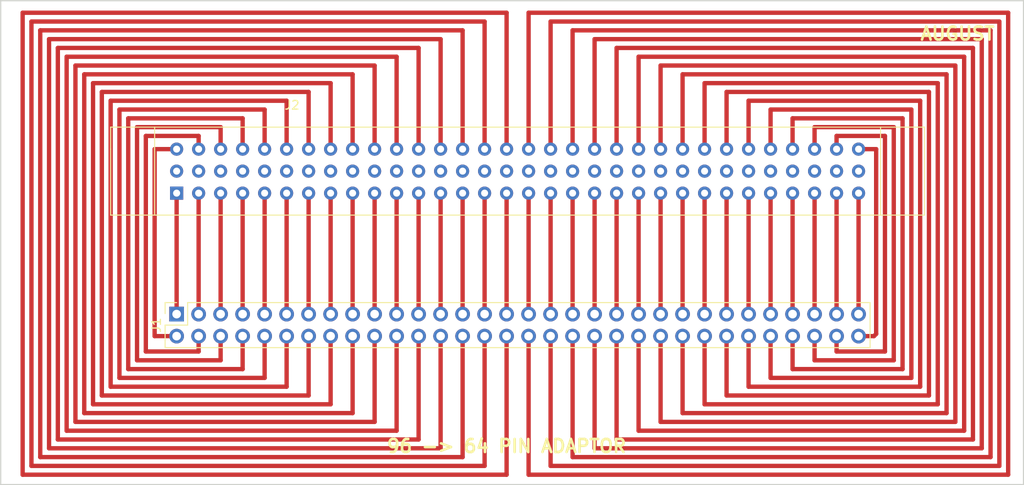
<source format=kicad_pcb>
(kicad_pcb (version 4) (host pcbnew 4.0.6)

  (general
    (links 64)
    (no_connects 0)
    (area 90.094999 63.424999 208.355001 119.455001)
    (thickness 1.6)
    (drawings 6)
    (tracks 190)
    (zones 0)
    (modules 2)
    (nets 97)
  )

  (page A4)
  (layers
    (0 F.Cu signal)
    (31 B.Cu signal)
    (32 B.Adhes user)
    (33 F.Adhes user)
    (34 B.Paste user)
    (35 F.Paste user)
    (36 B.SilkS user)
    (37 F.SilkS user)
    (38 B.Mask user)
    (39 F.Mask user)
    (40 Dwgs.User user)
    (41 Cmts.User user)
    (42 Eco1.User user)
    (43 Eco2.User user)
    (44 Edge.Cuts user)
    (45 Margin user)
    (46 B.CrtYd user)
    (47 F.CrtYd user)
    (48 B.Fab user)
    (49 F.Fab user)
  )

  (setup
    (last_trace_width 0.5)
    (trace_clearance 0.2)
    (zone_clearance 0.508)
    (zone_45_only no)
    (trace_min 0.2)
    (segment_width 0.2)
    (edge_width 0.15)
    (via_size 0.6)
    (via_drill 0.4)
    (via_min_size 0.4)
    (via_min_drill 0.3)
    (uvia_size 0.3)
    (uvia_drill 0.1)
    (uvias_allowed no)
    (uvia_min_size 0.2)
    (uvia_min_drill 0.1)
    (pcb_text_width 0.3)
    (pcb_text_size 1.5 1.5)
    (mod_edge_width 0.15)
    (mod_text_size 1 1)
    (mod_text_width 0.15)
    (pad_size 1.524 1.524)
    (pad_drill 0.762)
    (pad_to_mask_clearance 0.2)
    (aux_axis_origin 0 0)
    (visible_elements FFFFFF7F)
    (pcbplotparams
      (layerselection 0x00030_80000001)
      (usegerberextensions false)
      (excludeedgelayer true)
      (linewidth 0.100000)
      (plotframeref false)
      (viasonmask false)
      (mode 1)
      (useauxorigin false)
      (hpglpennumber 1)
      (hpglpenspeed 20)
      (hpglpendiameter 15)
      (hpglpenoverlay 2)
      (psnegative false)
      (psa4output false)
      (plotreference true)
      (plotvalue true)
      (plotinvisibletext false)
      (padsonsilk false)
      (subtractmaskfromsilk false)
      (outputformat 1)
      (mirror false)
      (drillshape 1)
      (scaleselection 1)
      (outputdirectory ""))
  )

  (net 0 "")
  (net 1 "Net-(J2-PadB12)")
  (net 2 "Net-(J2-PadB13)")
  (net 3 "Net-(J2-PadB14)")
  (net 4 "Net-(J2-PadB15)")
  (net 5 "Net-(J2-PadB16)")
  (net 6 "Net-(J2-PadB17)")
  (net 7 "Net-(J2-PadB18)")
  (net 8 "Net-(J2-PadB19)")
  (net 9 "Net-(J2-PadB20)")
  (net 10 "Net-(J2-PadB21)")
  (net 11 /L1)
  (net 12 /R1)
  (net 13 /L2)
  (net 14 /R2)
  (net 15 /L3)
  (net 16 /R3)
  (net 17 /L4)
  (net 18 /R4)
  (net 19 /L5)
  (net 20 /R5)
  (net 21 /L6)
  (net 22 /R6)
  (net 23 /L7)
  (net 24 /R7)
  (net 25 /L8)
  (net 26 /R8)
  (net 27 /L9)
  (net 28 /R9)
  (net 29 /L10)
  (net 30 /R10)
  (net 31 /L11)
  (net 32 /R11)
  (net 33 /L12)
  (net 34 /R12)
  (net 35 /L13)
  (net 36 /R13)
  (net 37 /L14)
  (net 38 /R14)
  (net 39 /L15)
  (net 40 /R15)
  (net 41 /L16)
  (net 42 /R16)
  (net 43 /L17)
  (net 44 /R17)
  (net 45 /L18)
  (net 46 /R18)
  (net 47 /L19)
  (net 48 /R19)
  (net 49 /L20)
  (net 50 /R20)
  (net 51 /L21)
  (net 52 /R21)
  (net 53 /L22)
  (net 54 /R22)
  (net 55 /L23)
  (net 56 /R23)
  (net 57 /L24)
  (net 58 /R24)
  (net 59 /L25)
  (net 60 /R25)
  (net 61 /L26)
  (net 62 /R26)
  (net 63 /L27)
  (net 64 /R27)
  (net 65 /L28)
  (net 66 /R28)
  (net 67 /L29)
  (net 68 /R29)
  (net 69 /L30)
  (net 70 /R30)
  (net 71 /L31)
  (net 72 /R31)
  (net 73 /L32)
  (net 74 /R32)
  (net 75 "Net-(J2-PadB1)")
  (net 76 "Net-(J2-PadB2)")
  (net 77 "Net-(J2-PadB3)")
  (net 78 "Net-(J2-PadB4)")
  (net 79 "Net-(J2-PadB5)")
  (net 80 "Net-(J2-PadB6)")
  (net 81 "Net-(J2-PadB7)")
  (net 82 "Net-(J2-PadB8)")
  (net 83 "Net-(J2-PadB9)")
  (net 84 "Net-(J2-PadB10)")
  (net 85 "Net-(J2-PadB11)")
  (net 86 "Net-(J2-PadB22)")
  (net 87 "Net-(J2-PadB23)")
  (net 88 "Net-(J2-PadB24)")
  (net 89 "Net-(J2-PadB25)")
  (net 90 "Net-(J2-PadB26)")
  (net 91 "Net-(J2-PadB27)")
  (net 92 "Net-(J2-PadB28)")
  (net 93 "Net-(J2-PadB29)")
  (net 94 "Net-(J2-PadB30)")
  (net 95 "Net-(J2-PadB31)")
  (net 96 "Net-(J2-PadB32)")

  (net_class Default "This is the default net class."
    (clearance 0.2)
    (trace_width 0.5)
    (via_dia 0.6)
    (via_drill 0.4)
    (uvia_dia 0.3)
    (uvia_drill 0.1)
    (add_net /L1)
    (add_net /L10)
    (add_net /L11)
    (add_net /L12)
    (add_net /L13)
    (add_net /L14)
    (add_net /L15)
    (add_net /L16)
    (add_net /L17)
    (add_net /L18)
    (add_net /L19)
    (add_net /L2)
    (add_net /L20)
    (add_net /L21)
    (add_net /L22)
    (add_net /L23)
    (add_net /L24)
    (add_net /L25)
    (add_net /L26)
    (add_net /L27)
    (add_net /L28)
    (add_net /L29)
    (add_net /L3)
    (add_net /L30)
    (add_net /L31)
    (add_net /L32)
    (add_net /L4)
    (add_net /L5)
    (add_net /L6)
    (add_net /L7)
    (add_net /L8)
    (add_net /L9)
    (add_net /R1)
    (add_net /R10)
    (add_net /R11)
    (add_net /R12)
    (add_net /R13)
    (add_net /R14)
    (add_net /R15)
    (add_net /R16)
    (add_net /R17)
    (add_net /R18)
    (add_net /R19)
    (add_net /R2)
    (add_net /R20)
    (add_net /R21)
    (add_net /R22)
    (add_net /R23)
    (add_net /R24)
    (add_net /R25)
    (add_net /R26)
    (add_net /R27)
    (add_net /R28)
    (add_net /R29)
    (add_net /R3)
    (add_net /R30)
    (add_net /R31)
    (add_net /R32)
    (add_net /R4)
    (add_net /R5)
    (add_net /R6)
    (add_net /R7)
    (add_net /R8)
    (add_net /R9)
    (add_net "Net-(J2-PadB1)")
    (add_net "Net-(J2-PadB10)")
    (add_net "Net-(J2-PadB11)")
    (add_net "Net-(J2-PadB12)")
    (add_net "Net-(J2-PadB13)")
    (add_net "Net-(J2-PadB14)")
    (add_net "Net-(J2-PadB15)")
    (add_net "Net-(J2-PadB16)")
    (add_net "Net-(J2-PadB17)")
    (add_net "Net-(J2-PadB18)")
    (add_net "Net-(J2-PadB19)")
    (add_net "Net-(J2-PadB2)")
    (add_net "Net-(J2-PadB20)")
    (add_net "Net-(J2-PadB21)")
    (add_net "Net-(J2-PadB22)")
    (add_net "Net-(J2-PadB23)")
    (add_net "Net-(J2-PadB24)")
    (add_net "Net-(J2-PadB25)")
    (add_net "Net-(J2-PadB26)")
    (add_net "Net-(J2-PadB27)")
    (add_net "Net-(J2-PadB28)")
    (add_net "Net-(J2-PadB29)")
    (add_net "Net-(J2-PadB3)")
    (add_net "Net-(J2-PadB30)")
    (add_net "Net-(J2-PadB31)")
    (add_net "Net-(J2-PadB32)")
    (add_net "Net-(J2-PadB4)")
    (add_net "Net-(J2-PadB5)")
    (add_net "Net-(J2-PadB6)")
    (add_net "Net-(J2-PadB7)")
    (add_net "Net-(J2-PadB8)")
    (add_net "Net-(J2-PadB9)")
  )

  (module Socket_Strips:Socket_Strip_Straight_2x32_Pitch2.54mm (layer F.Cu) (tedit 58CD544B) (tstamp 598365B0)
    (at 110.49 99.695 90)
    (descr "Through hole straight socket strip, 2x32, 2.54mm pitch, double rows")
    (tags "Through hole socket strip THT 2x32 2.54mm double row")
    (path /59836280)
    (fp_text reference J1 (at -1.27 -2.33 90) (layer F.SilkS)
      (effects (font (size 1 1) (thickness 0.15)))
    )
    (fp_text value CONN_02X32 (at -1.27 81.07 90) (layer F.Fab)
      (effects (font (size 1 1) (thickness 0.15)))
    )
    (fp_line (start -3.81 -1.27) (end -3.81 80.01) (layer F.Fab) (width 0.1))
    (fp_line (start -3.81 80.01) (end 1.27 80.01) (layer F.Fab) (width 0.1))
    (fp_line (start 1.27 80.01) (end 1.27 -1.27) (layer F.Fab) (width 0.1))
    (fp_line (start 1.27 -1.27) (end -3.81 -1.27) (layer F.Fab) (width 0.1))
    (fp_line (start 1.33 1.27) (end 1.33 80.07) (layer F.SilkS) (width 0.12))
    (fp_line (start 1.33 80.07) (end -3.87 80.07) (layer F.SilkS) (width 0.12))
    (fp_line (start -3.87 80.07) (end -3.87 -1.33) (layer F.SilkS) (width 0.12))
    (fp_line (start -3.87 -1.33) (end -1.27 -1.33) (layer F.SilkS) (width 0.12))
    (fp_line (start -1.27 -1.33) (end -1.27 1.27) (layer F.SilkS) (width 0.12))
    (fp_line (start -1.27 1.27) (end 1.33 1.27) (layer F.SilkS) (width 0.12))
    (fp_line (start 1.33 0) (end 1.33 -1.33) (layer F.SilkS) (width 0.12))
    (fp_line (start 1.33 -1.33) (end 0.06 -1.33) (layer F.SilkS) (width 0.12))
    (fp_line (start -4.35 -1.8) (end -4.35 80.55) (layer F.CrtYd) (width 0.05))
    (fp_line (start -4.35 80.55) (end 1.8 80.55) (layer F.CrtYd) (width 0.05))
    (fp_line (start 1.8 80.55) (end 1.8 -1.8) (layer F.CrtYd) (width 0.05))
    (fp_line (start 1.8 -1.8) (end -4.35 -1.8) (layer F.CrtYd) (width 0.05))
    (fp_text user %R (at -1.27 -2.33 90) (layer F.Fab)
      (effects (font (size 1 1) (thickness 0.15)))
    )
    (pad 1 thru_hole rect (at 0 0 90) (size 1.7 1.7) (drill 1) (layers *.Cu *.Mask)
      (net 11 /L1))
    (pad 2 thru_hole oval (at -2.54 0 90) (size 1.7 1.7) (drill 1) (layers *.Cu *.Mask)
      (net 12 /R1))
    (pad 3 thru_hole oval (at 0 2.54 90) (size 1.7 1.7) (drill 1) (layers *.Cu *.Mask)
      (net 13 /L2))
    (pad 4 thru_hole oval (at -2.54 2.54 90) (size 1.7 1.7) (drill 1) (layers *.Cu *.Mask)
      (net 14 /R2))
    (pad 5 thru_hole oval (at 0 5.08 90) (size 1.7 1.7) (drill 1) (layers *.Cu *.Mask)
      (net 15 /L3))
    (pad 6 thru_hole oval (at -2.54 5.08 90) (size 1.7 1.7) (drill 1) (layers *.Cu *.Mask)
      (net 16 /R3))
    (pad 7 thru_hole oval (at 0 7.62 90) (size 1.7 1.7) (drill 1) (layers *.Cu *.Mask)
      (net 17 /L4))
    (pad 8 thru_hole oval (at -2.54 7.62 90) (size 1.7 1.7) (drill 1) (layers *.Cu *.Mask)
      (net 18 /R4))
    (pad 9 thru_hole oval (at 0 10.16 90) (size 1.7 1.7) (drill 1) (layers *.Cu *.Mask)
      (net 19 /L5))
    (pad 10 thru_hole oval (at -2.54 10.16 90) (size 1.7 1.7) (drill 1) (layers *.Cu *.Mask)
      (net 20 /R5))
    (pad 11 thru_hole oval (at 0 12.7 90) (size 1.7 1.7) (drill 1) (layers *.Cu *.Mask)
      (net 21 /L6))
    (pad 12 thru_hole oval (at -2.54 12.7 90) (size 1.7 1.7) (drill 1) (layers *.Cu *.Mask)
      (net 22 /R6))
    (pad 13 thru_hole oval (at 0 15.24 90) (size 1.7 1.7) (drill 1) (layers *.Cu *.Mask)
      (net 23 /L7))
    (pad 14 thru_hole oval (at -2.54 15.24 90) (size 1.7 1.7) (drill 1) (layers *.Cu *.Mask)
      (net 24 /R7))
    (pad 15 thru_hole oval (at 0 17.78 90) (size 1.7 1.7) (drill 1) (layers *.Cu *.Mask)
      (net 25 /L8))
    (pad 16 thru_hole oval (at -2.54 17.78 90) (size 1.7 1.7) (drill 1) (layers *.Cu *.Mask)
      (net 26 /R8))
    (pad 17 thru_hole oval (at 0 20.32 90) (size 1.7 1.7) (drill 1) (layers *.Cu *.Mask)
      (net 27 /L9))
    (pad 18 thru_hole oval (at -2.54 20.32 90) (size 1.7 1.7) (drill 1) (layers *.Cu *.Mask)
      (net 28 /R9))
    (pad 19 thru_hole oval (at 0 22.86 90) (size 1.7 1.7) (drill 1) (layers *.Cu *.Mask)
      (net 29 /L10))
    (pad 20 thru_hole oval (at -2.54 22.86 90) (size 1.7 1.7) (drill 1) (layers *.Cu *.Mask)
      (net 30 /R10))
    (pad 21 thru_hole oval (at 0 25.4 90) (size 1.7 1.7) (drill 1) (layers *.Cu *.Mask)
      (net 31 /L11))
    (pad 22 thru_hole oval (at -2.54 25.4 90) (size 1.7 1.7) (drill 1) (layers *.Cu *.Mask)
      (net 32 /R11))
    (pad 23 thru_hole oval (at 0 27.94 90) (size 1.7 1.7) (drill 1) (layers *.Cu *.Mask)
      (net 33 /L12))
    (pad 24 thru_hole oval (at -2.54 27.94 90) (size 1.7 1.7) (drill 1) (layers *.Cu *.Mask)
      (net 34 /R12))
    (pad 25 thru_hole oval (at 0 30.48 90) (size 1.7 1.7) (drill 1) (layers *.Cu *.Mask)
      (net 35 /L13))
    (pad 26 thru_hole oval (at -2.54 30.48 90) (size 1.7 1.7) (drill 1) (layers *.Cu *.Mask)
      (net 36 /R13))
    (pad 27 thru_hole oval (at 0 33.02 90) (size 1.7 1.7) (drill 1) (layers *.Cu *.Mask)
      (net 37 /L14))
    (pad 28 thru_hole oval (at -2.54 33.02 90) (size 1.7 1.7) (drill 1) (layers *.Cu *.Mask)
      (net 38 /R14))
    (pad 29 thru_hole oval (at 0 35.56 90) (size 1.7 1.7) (drill 1) (layers *.Cu *.Mask)
      (net 39 /L15))
    (pad 30 thru_hole oval (at -2.54 35.56 90) (size 1.7 1.7) (drill 1) (layers *.Cu *.Mask)
      (net 40 /R15))
    (pad 31 thru_hole oval (at 0 38.1 90) (size 1.7 1.7) (drill 1) (layers *.Cu *.Mask)
      (net 41 /L16))
    (pad 32 thru_hole oval (at -2.54 38.1 90) (size 1.7 1.7) (drill 1) (layers *.Cu *.Mask)
      (net 42 /R16))
    (pad 33 thru_hole oval (at 0 40.64 90) (size 1.7 1.7) (drill 1) (layers *.Cu *.Mask)
      (net 43 /L17))
    (pad 34 thru_hole oval (at -2.54 40.64 90) (size 1.7 1.7) (drill 1) (layers *.Cu *.Mask)
      (net 44 /R17))
    (pad 35 thru_hole oval (at 0 43.18 90) (size 1.7 1.7) (drill 1) (layers *.Cu *.Mask)
      (net 45 /L18))
    (pad 36 thru_hole oval (at -2.54 43.18 90) (size 1.7 1.7) (drill 1) (layers *.Cu *.Mask)
      (net 46 /R18))
    (pad 37 thru_hole oval (at 0 45.72 90) (size 1.7 1.7) (drill 1) (layers *.Cu *.Mask)
      (net 47 /L19))
    (pad 38 thru_hole oval (at -2.54 45.72 90) (size 1.7 1.7) (drill 1) (layers *.Cu *.Mask)
      (net 48 /R19))
    (pad 39 thru_hole oval (at 0 48.26 90) (size 1.7 1.7) (drill 1) (layers *.Cu *.Mask)
      (net 49 /L20))
    (pad 40 thru_hole oval (at -2.54 48.26 90) (size 1.7 1.7) (drill 1) (layers *.Cu *.Mask)
      (net 50 /R20))
    (pad 41 thru_hole oval (at 0 50.8 90) (size 1.7 1.7) (drill 1) (layers *.Cu *.Mask)
      (net 51 /L21))
    (pad 42 thru_hole oval (at -2.54 50.8 90) (size 1.7 1.7) (drill 1) (layers *.Cu *.Mask)
      (net 52 /R21))
    (pad 43 thru_hole oval (at 0 53.34 90) (size 1.7 1.7) (drill 1) (layers *.Cu *.Mask)
      (net 53 /L22))
    (pad 44 thru_hole oval (at -2.54 53.34 90) (size 1.7 1.7) (drill 1) (layers *.Cu *.Mask)
      (net 54 /R22))
    (pad 45 thru_hole oval (at 0 55.88 90) (size 1.7 1.7) (drill 1) (layers *.Cu *.Mask)
      (net 55 /L23))
    (pad 46 thru_hole oval (at -2.54 55.88 90) (size 1.7 1.7) (drill 1) (layers *.Cu *.Mask)
      (net 56 /R23))
    (pad 47 thru_hole oval (at 0 58.42 90) (size 1.7 1.7) (drill 1) (layers *.Cu *.Mask)
      (net 57 /L24))
    (pad 48 thru_hole oval (at -2.54 58.42 90) (size 1.7 1.7) (drill 1) (layers *.Cu *.Mask)
      (net 58 /R24))
    (pad 49 thru_hole oval (at 0 60.96 90) (size 1.7 1.7) (drill 1) (layers *.Cu *.Mask)
      (net 59 /L25))
    (pad 50 thru_hole oval (at -2.54 60.96 90) (size 1.7 1.7) (drill 1) (layers *.Cu *.Mask)
      (net 60 /R25))
    (pad 51 thru_hole oval (at 0 63.5 90) (size 1.7 1.7) (drill 1) (layers *.Cu *.Mask)
      (net 61 /L26))
    (pad 52 thru_hole oval (at -2.54 63.5 90) (size 1.7 1.7) (drill 1) (layers *.Cu *.Mask)
      (net 62 /R26))
    (pad 53 thru_hole oval (at 0 66.04 90) (size 1.7 1.7) (drill 1) (layers *.Cu *.Mask)
      (net 63 /L27))
    (pad 54 thru_hole oval (at -2.54 66.04 90) (size 1.7 1.7) (drill 1) (layers *.Cu *.Mask)
      (net 64 /R27))
    (pad 55 thru_hole oval (at 0 68.58 90) (size 1.7 1.7) (drill 1) (layers *.Cu *.Mask)
      (net 65 /L28))
    (pad 56 thru_hole oval (at -2.54 68.58 90) (size 1.7 1.7) (drill 1) (layers *.Cu *.Mask)
      (net 66 /R28))
    (pad 57 thru_hole oval (at 0 71.12 90) (size 1.7 1.7) (drill 1) (layers *.Cu *.Mask)
      (net 67 /L29))
    (pad 58 thru_hole oval (at -2.54 71.12 90) (size 1.7 1.7) (drill 1) (layers *.Cu *.Mask)
      (net 68 /R29))
    (pad 59 thru_hole oval (at 0 73.66 90) (size 1.7 1.7) (drill 1) (layers *.Cu *.Mask)
      (net 69 /L30))
    (pad 60 thru_hole oval (at -2.54 73.66 90) (size 1.7 1.7) (drill 1) (layers *.Cu *.Mask)
      (net 70 /R30))
    (pad 61 thru_hole oval (at 0 76.2 90) (size 1.7 1.7) (drill 1) (layers *.Cu *.Mask)
      (net 71 /L31))
    (pad 62 thru_hole oval (at -2.54 76.2 90) (size 1.7 1.7) (drill 1) (layers *.Cu *.Mask)
      (net 72 /R31))
    (pad 63 thru_hole oval (at 0 78.74 90) (size 1.7 1.7) (drill 1) (layers *.Cu *.Mask)
      (net 73 /L32))
    (pad 64 thru_hole oval (at -2.54 78.74 90) (size 1.7 1.7) (drill 1) (layers *.Cu *.Mask)
      (net 74 /R32))
    (model ${KISYS3DMOD}/Socket_Strips.3dshapes/Socket_Strip_Straight_2x32_Pitch2.54mm.wrl
      (at (xyz -0.05 -1.55 0))
      (scale (xyz 1 1 1))
      (rotate (xyz 0 0 270))
    )
  )

  (module Connectors:C96ABCFD (layer F.Cu) (tedit 5983A711) (tstamp 59836624)
    (at 110.49 85.725)
    (descr "Connecteur DIN Europe 96 contacts ABC male droit")
    (tags "CONN DIN")
    (path /59836160)
    (fp_text reference J2 (at 13.33 -10.16) (layer F.SilkS)
      (effects (font (size 1 1) (thickness 0.15)))
    )
    (fp_text value C96ABC (at 60.32 -10.16) (layer F.Fab)
      (effects (font (size 1 1) (thickness 0.15)))
    )
    (fp_line (start -7.62 2.54) (end 86.36 2.54) (layer F.SilkS) (width 0.12))
    (fp_line (start 86.36 2.54) (end 86.36 -5.08) (layer F.SilkS) (width 0.12))
    (fp_line (start -7.62 -5.08) (end -7.62 2.54) (layer F.SilkS) (width 0.12))
    (fp_line (start -2.54 -5.08) (end -2.54 2.54) (layer F.SilkS) (width 0.12))
    (fp_line (start 81.28 -5.08) (end 81.28 2.54) (layer F.SilkS) (width 0.12))
    (fp_line (start -7.62 -5.08) (end -7.62 -7.62) (layer F.SilkS) (width 0.12))
    (fp_line (start -7.62 -7.62) (end 86.36 -7.62) (layer F.SilkS) (width 0.12))
    (fp_line (start 86.36 -7.62) (end 86.36 -5.08) (layer F.SilkS) (width 0.12))
    (fp_line (start 81.28 -7.62) (end 81.28 -5.08) (layer F.SilkS) (width 0.12))
    (fp_line (start -2.54 -5.08) (end -2.54 -7.62) (layer F.SilkS) (width 0.12))
    (fp_line (start -7.87 -7.87) (end 86.61 -7.87) (layer F.CrtYd) (width 0.05))
    (fp_line (start -7.87 -7.87) (end -7.87 2.79) (layer F.CrtYd) (width 0.05))
    (fp_line (start 86.61 2.79) (end 86.61 -7.87) (layer F.CrtYd) (width 0.05))
    (fp_line (start 86.61 2.79) (end -7.87 2.79) (layer F.CrtYd) (width 0.05))
    (pad A3 thru_hole circle (at 5.08 0) (size 1.52 1.52) (drill 0.81) (layers *.Cu *.Mask)
      (net 15 /L3))
    (pad A4 thru_hole circle (at 7.62 0) (size 1.52 1.52) (drill 0.81) (layers *.Cu *.Mask)
      (net 17 /L4))
    (pad A5 thru_hole circle (at 10.16 0) (size 1.52 1.52) (drill 0.81) (layers *.Cu *.Mask)
      (net 19 /L5))
    (pad A6 thru_hole circle (at 12.7 0) (size 1.52 1.52) (drill 0.81) (layers *.Cu *.Mask)
      (net 21 /L6))
    (pad A7 thru_hole circle (at 15.24 0) (size 1.52 1.52) (drill 0.81) (layers *.Cu *.Mask)
      (net 23 /L7))
    (pad A8 thru_hole circle (at 17.78 0) (size 1.52 1.52) (drill 0.81) (layers *.Cu *.Mask)
      (net 25 /L8))
    (pad A9 thru_hole circle (at 20.32 0) (size 1.52 1.52) (drill 0.81) (layers *.Cu *.Mask)
      (net 27 /L9))
    (pad A10 thru_hole circle (at 22.86 0) (size 1.52 1.52) (drill 0.81) (layers *.Cu *.Mask)
      (net 29 /L10))
    (pad A11 thru_hole circle (at 25.4 0) (size 1.52 1.52) (drill 0.81) (layers *.Cu *.Mask)
      (net 31 /L11))
    (pad A12 thru_hole circle (at 27.94 0) (size 1.52 1.52) (drill 0.81) (layers *.Cu *.Mask)
      (net 33 /L12))
    (pad A13 thru_hole circle (at 30.48 0) (size 1.52 1.52) (drill 0.81) (layers *.Cu *.Mask)
      (net 35 /L13))
    (pad A14 thru_hole circle (at 33.02 0) (size 1.52 1.52) (drill 0.81) (layers *.Cu *.Mask)
      (net 37 /L14))
    (pad A15 thru_hole circle (at 35.56 0) (size 1.52 1.52) (drill 0.81) (layers *.Cu *.Mask)
      (net 39 /L15))
    (pad A16 thru_hole circle (at 38.1 0) (size 1.52 1.52) (drill 0.81) (layers *.Cu *.Mask)
      (net 41 /L16))
    (pad A17 thru_hole circle (at 40.64 0) (size 1.52 1.52) (drill 0.81) (layers *.Cu *.Mask)
      (net 43 /L17))
    (pad A18 thru_hole circle (at 43.18 0) (size 1.52 1.52) (drill 0.81) (layers *.Cu *.Mask)
      (net 45 /L18))
    (pad A19 thru_hole circle (at 45.72 0) (size 1.52 1.52) (drill 0.81) (layers *.Cu *.Mask)
      (net 47 /L19))
    (pad A20 thru_hole circle (at 48.26 0) (size 1.52 1.52) (drill 0.81) (layers *.Cu *.Mask)
      (net 49 /L20))
    (pad A21 thru_hole circle (at 50.8 0) (size 1.52 1.52) (drill 0.81) (layers *.Cu *.Mask)
      (net 51 /L21))
    (pad A22 thru_hole circle (at 53.34 0) (size 1.52 1.52) (drill 0.81) (layers *.Cu *.Mask)
      (net 53 /L22))
    (pad A23 thru_hole circle (at 55.88 0) (size 1.52 1.52) (drill 0.81) (layers *.Cu *.Mask)
      (net 55 /L23))
    (pad A24 thru_hole circle (at 58.42 0) (size 1.52 1.52) (drill 0.81) (layers *.Cu *.Mask)
      (net 57 /L24))
    (pad A25 thru_hole circle (at 60.96 0) (size 1.52 1.52) (drill 0.81) (layers *.Cu *.Mask)
      (net 59 /L25))
    (pad A26 thru_hole circle (at 63.5 0) (size 1.52 1.52) (drill 0.81) (layers *.Cu *.Mask)
      (net 61 /L26))
    (pad A27 thru_hole circle (at 66.04 0) (size 1.52 1.52) (drill 0.81) (layers *.Cu *.Mask)
      (net 63 /L27))
    (pad A28 thru_hole circle (at 68.58 0) (size 1.52 1.52) (drill 0.81) (layers *.Cu *.Mask)
      (net 65 /L28))
    (pad A29 thru_hole circle (at 71.12 0) (size 1.52 1.52) (drill 0.81) (layers *.Cu *.Mask)
      (net 67 /L29))
    (pad A30 thru_hole circle (at 73.66 0) (size 1.52 1.52) (drill 0.81) (layers *.Cu *.Mask)
      (net 69 /L30))
    (pad A31 thru_hole circle (at 76.2 0) (size 1.52 1.52) (drill 0.81) (layers *.Cu *.Mask)
      (net 71 /L31))
    (pad A32 thru_hole circle (at 78.74 0) (size 1.52 1.52) (drill 0.81) (layers *.Cu *.Mask)
      (net 73 /L32))
    (pad A2 thru_hole circle (at 2.54 0) (size 1.52 1.52) (drill 0.81) (layers *.Cu *.Mask)
      (net 13 /L2))
    (pad A1 thru_hole rect (at 0 0) (size 1.52 1.52) (drill 0.81) (layers *.Cu *.Mask)
      (net 11 /L1))
    (pad B1 thru_hole circle (at 0 -2.54) (size 1.52 1.52) (drill 0.81) (layers *.Cu *.Mask)
      (net 75 "Net-(J2-PadB1)"))
    (pad B2 thru_hole circle (at 2.54 -2.54) (size 1.52 1.52) (drill 0.81) (layers *.Cu *.Mask)
      (net 76 "Net-(J2-PadB2)"))
    (pad B3 thru_hole circle (at 5.08 -2.54) (size 1.52 1.52) (drill 0.81) (layers *.Cu *.Mask)
      (net 77 "Net-(J2-PadB3)"))
    (pad B4 thru_hole circle (at 7.62 -2.54) (size 1.52 1.52) (drill 0.81) (layers *.Cu *.Mask)
      (net 78 "Net-(J2-PadB4)"))
    (pad B5 thru_hole circle (at 10.16 -2.54) (size 1.52 1.52) (drill 0.81) (layers *.Cu *.Mask)
      (net 79 "Net-(J2-PadB5)"))
    (pad B6 thru_hole circle (at 12.7 -2.54) (size 1.52 1.52) (drill 0.81) (layers *.Cu *.Mask)
      (net 80 "Net-(J2-PadB6)"))
    (pad B7 thru_hole circle (at 15.24 -2.54) (size 1.52 1.52) (drill 0.81) (layers *.Cu *.Mask)
      (net 81 "Net-(J2-PadB7)"))
    (pad B8 thru_hole circle (at 17.78 -2.54) (size 1.52 1.52) (drill 0.81) (layers *.Cu *.Mask)
      (net 82 "Net-(J2-PadB8)"))
    (pad B9 thru_hole circle (at 20.32 -2.54) (size 1.52 1.52) (drill 0.81) (layers *.Cu *.Mask)
      (net 83 "Net-(J2-PadB9)"))
    (pad B10 thru_hole circle (at 22.86 -2.54) (size 1.52 1.52) (drill 0.81) (layers *.Cu *.Mask)
      (net 84 "Net-(J2-PadB10)"))
    (pad B11 thru_hole circle (at 25.4 -2.54) (size 1.52 1.52) (drill 0.81) (layers *.Cu *.Mask)
      (net 85 "Net-(J2-PadB11)"))
    (pad B12 thru_hole circle (at 27.94 -2.54) (size 1.52 1.52) (drill 0.81) (layers *.Cu *.Mask)
      (net 1 "Net-(J2-PadB12)"))
    (pad B13 thru_hole circle (at 30.48 -2.54) (size 1.52 1.52) (drill 0.81) (layers *.Cu *.Mask)
      (net 2 "Net-(J2-PadB13)"))
    (pad B14 thru_hole circle (at 33.02 -2.54) (size 1.52 1.52) (drill 0.81) (layers *.Cu *.Mask)
      (net 3 "Net-(J2-PadB14)"))
    (pad B15 thru_hole circle (at 35.56 -2.54) (size 1.52 1.52) (drill 0.81) (layers *.Cu *.Mask)
      (net 4 "Net-(J2-PadB15)"))
    (pad B16 thru_hole circle (at 38.1 -2.54) (size 1.52 1.52) (drill 0.81) (layers *.Cu *.Mask)
      (net 5 "Net-(J2-PadB16)"))
    (pad B17 thru_hole circle (at 40.64 -2.54) (size 1.52 1.52) (drill 0.81) (layers *.Cu *.Mask)
      (net 6 "Net-(J2-PadB17)"))
    (pad B18 thru_hole circle (at 43.18 -2.54) (size 1.52 1.52) (drill 0.81) (layers *.Cu *.Mask)
      (net 7 "Net-(J2-PadB18)"))
    (pad B19 thru_hole circle (at 45.72 -2.54) (size 1.52 1.52) (drill 0.81) (layers *.Cu *.Mask)
      (net 8 "Net-(J2-PadB19)"))
    (pad B20 thru_hole circle (at 48.26 -2.54) (size 1.52 1.52) (drill 0.81) (layers *.Cu *.Mask)
      (net 9 "Net-(J2-PadB20)"))
    (pad B21 thru_hole circle (at 50.8 -2.54) (size 1.52 1.52) (drill 0.81) (layers *.Cu *.Mask)
      (net 10 "Net-(J2-PadB21)"))
    (pad B22 thru_hole circle (at 53.34 -2.54) (size 1.52 1.52) (drill 0.81) (layers *.Cu *.Mask)
      (net 86 "Net-(J2-PadB22)"))
    (pad B23 thru_hole circle (at 55.88 -2.54) (size 1.52 1.52) (drill 0.81) (layers *.Cu *.Mask)
      (net 87 "Net-(J2-PadB23)"))
    (pad B24 thru_hole circle (at 58.42 -2.54) (size 1.52 1.52) (drill 0.81) (layers *.Cu *.Mask)
      (net 88 "Net-(J2-PadB24)"))
    (pad B25 thru_hole circle (at 60.96 -2.54) (size 1.52 1.52) (drill 0.81) (layers *.Cu *.Mask)
      (net 89 "Net-(J2-PadB25)"))
    (pad B26 thru_hole circle (at 63.5 -2.54) (size 1.52 1.52) (drill 0.81) (layers *.Cu *.Mask)
      (net 90 "Net-(J2-PadB26)"))
    (pad B27 thru_hole circle (at 66.04 -2.54) (size 1.52 1.52) (drill 0.81) (layers *.Cu *.Mask)
      (net 91 "Net-(J2-PadB27)"))
    (pad B28 thru_hole circle (at 68.58 -2.54) (size 1.52 1.52) (drill 0.81) (layers *.Cu *.Mask)
      (net 92 "Net-(J2-PadB28)"))
    (pad B29 thru_hole circle (at 71.12 -2.54) (size 1.52 1.52) (drill 0.81) (layers *.Cu *.Mask)
      (net 93 "Net-(J2-PadB29)"))
    (pad B30 thru_hole circle (at 73.66 -2.54) (size 1.52 1.52) (drill 0.81) (layers *.Cu *.Mask)
      (net 94 "Net-(J2-PadB30)"))
    (pad B31 thru_hole circle (at 76.2 -2.54) (size 1.52 1.52) (drill 0.81) (layers *.Cu *.Mask)
      (net 95 "Net-(J2-PadB31)"))
    (pad B32 thru_hole circle (at 78.74 -2.54) (size 1.52 1.52) (drill 0.81) (layers *.Cu *.Mask)
      (net 96 "Net-(J2-PadB32)"))
    (pad C1 thru_hole circle (at 0 -5.08) (size 1.52 1.52) (drill 0.81) (layers *.Cu *.Mask)
      (net 12 /R1))
    (pad C2 thru_hole circle (at 2.54 -5.08) (size 1.52 1.52) (drill 0.81) (layers *.Cu *.Mask)
      (net 14 /R2))
    (pad C3 thru_hole circle (at 5.08 -5.08) (size 1.52 1.52) (drill 0.81) (layers *.Cu *.Mask)
      (net 16 /R3))
    (pad C4 thru_hole circle (at 7.62 -5.08) (size 1.52 1.52) (drill 0.81) (layers *.Cu *.Mask)
      (net 18 /R4))
    (pad C5 thru_hole circle (at 10.16 -5.08) (size 1.52 1.52) (drill 0.81) (layers *.Cu *.Mask)
      (net 20 /R5))
    (pad C6 thru_hole circle (at 12.7 -5.08) (size 1.52 1.52) (drill 0.81) (layers *.Cu *.Mask)
      (net 22 /R6))
    (pad C7 thru_hole circle (at 15.24 -5.08) (size 1.52 1.52) (drill 0.81) (layers *.Cu *.Mask)
      (net 24 /R7))
    (pad C8 thru_hole circle (at 17.78 -5.08) (size 1.52 1.52) (drill 0.81) (layers *.Cu *.Mask)
      (net 26 /R8))
    (pad C9 thru_hole circle (at 20.32 -5.08) (size 1.52 1.52) (drill 0.81) (layers *.Cu *.Mask)
      (net 28 /R9))
    (pad C10 thru_hole circle (at 22.86 -5.08) (size 1.52 1.52) (drill 0.81) (layers *.Cu *.Mask)
      (net 30 /R10))
    (pad C11 thru_hole circle (at 25.4 -5.08) (size 1.52 1.52) (drill 0.81) (layers *.Cu *.Mask)
      (net 32 /R11))
    (pad C12 thru_hole circle (at 27.94 -5.08) (size 1.52 1.52) (drill 0.81) (layers *.Cu *.Mask)
      (net 34 /R12))
    (pad C13 thru_hole circle (at 30.48 -5.08) (size 1.52 1.52) (drill 0.81) (layers *.Cu *.Mask)
      (net 36 /R13))
    (pad C14 thru_hole circle (at 33.02 -5.08) (size 1.52 1.52) (drill 0.81) (layers *.Cu *.Mask)
      (net 38 /R14))
    (pad C15 thru_hole circle (at 35.56 -5.08) (size 1.52 1.52) (drill 0.81) (layers *.Cu *.Mask)
      (net 40 /R15))
    (pad C16 thru_hole circle (at 38.1 -5.08) (size 1.52 1.52) (drill 0.81) (layers *.Cu *.Mask)
      (net 42 /R16))
    (pad C17 thru_hole circle (at 40.64 -5.08) (size 1.52 1.52) (drill 0.81) (layers *.Cu *.Mask)
      (net 44 /R17))
    (pad C18 thru_hole circle (at 43.18 -5.08) (size 1.52 1.52) (drill 0.81) (layers *.Cu *.Mask)
      (net 46 /R18))
    (pad C19 thru_hole circle (at 45.72 -5.08) (size 1.52 1.52) (drill 0.81) (layers *.Cu *.Mask)
      (net 48 /R19))
    (pad C20 thru_hole circle (at 48.26 -5.08) (size 1.52 1.52) (drill 0.81) (layers *.Cu *.Mask)
      (net 50 /R20))
    (pad C21 thru_hole circle (at 50.8 -5.08) (size 1.52 1.52) (drill 0.81) (layers *.Cu *.Mask)
      (net 52 /R21))
    (pad C22 thru_hole circle (at 53.34 -5.08) (size 1.52 1.52) (drill 0.81) (layers *.Cu *.Mask)
      (net 54 /R22))
    (pad C23 thru_hole circle (at 55.88 -5.08) (size 1.52 1.52) (drill 0.81) (layers *.Cu *.Mask)
      (net 56 /R23))
    (pad C24 thru_hole circle (at 58.42 -5.08) (size 1.52 1.52) (drill 0.81) (layers *.Cu *.Mask)
      (net 58 /R24))
    (pad C25 thru_hole circle (at 60.96 -5.08) (size 1.52 1.52) (drill 0.81) (layers *.Cu *.Mask)
      (net 60 /R25))
    (pad C26 thru_hole circle (at 63.5 -5.08) (size 1.52 1.52) (drill 0.81) (layers *.Cu *.Mask)
      (net 62 /R26))
    (pad C27 thru_hole circle (at 66.04 -5.08) (size 1.52 1.52) (drill 0.81) (layers *.Cu *.Mask)
      (net 64 /R27))
    (pad C28 thru_hole circle (at 68.58 -5.08) (size 1.52 1.52) (drill 0.81) (layers *.Cu *.Mask)
      (net 66 /R28))
    (pad C29 thru_hole circle (at 71.12 -5.08) (size 1.52 1.52) (drill 0.81) (layers *.Cu *.Mask)
      (net 68 /R29))
    (pad C30 thru_hole circle (at 73.66 -5.08) (size 1.52 1.52) (drill 0.81) (layers *.Cu *.Mask)
      (net 70 /R30))
    (pad C31 thru_hole circle (at 76.2 -5.08) (size 1.52 1.52) (drill 0.81) (layers *.Cu *.Mask)
      (net 72 /R31))
    (pad C32 thru_hole circle (at 78.74 -5.08) (size 1.52 1.52) (drill 0.81) (layers *.Cu *.Mask)
      (net 74 /R32))
    (model ${KISYS3DMOD}/Connectors.3dshapes/C96ABCFD.wrl
      (at (xyz 0 0 0))
      (scale (xyz 1 1 1))
      (rotate (xyz 0 0 0))
    )
  )

  (gr_line (start 208.28 119.38) (end 208.28 63.5) (angle 90) (layer Edge.Cuts) (width 0.15))
  (gr_line (start 90.17 119.38) (end 208.28 119.38) (angle 90) (layer Edge.Cuts) (width 0.15))
  (gr_line (start 90.17 63.5) (end 90.17 119.38) (angle 90) (layer Edge.Cuts) (width 0.15))
  (gr_line (start 208.28 63.5) (end 90.17 63.5) (angle 90) (layer Edge.Cuts) (width 0.15))
  (gr_text AUGUST (at 200.66 67.31) (layer F.SilkS)
    (effects (font (size 1.5 1.5) (thickness 0.3)))
  )
  (gr_text "96 -> 64 PIN ADAPTOR" (at 148.59 114.935) (layer F.SilkS)
    (effects (font (size 1.5 1.5) (thickness 0.3)))
  )

  (segment (start 110.49 85.725) (end 110.49 99.695) (width 0.5) (layer F.Cu) (net 11))
  (segment (start 110.49 80.645) (end 107.95 80.645) (width 0.5) (layer F.Cu) (net 12))
  (segment (start 107.95 102.235) (end 110.49 102.235) (width 0.5) (layer F.Cu) (net 12) (tstamp 5983ADB2))
  (segment (start 107.95 80.645) (end 107.95 102.235) (width 0.5) (layer F.Cu) (net 12) (tstamp 5983ADB1))
  (segment (start 113.03 99.695) (end 113.03 85.725) (width 0.5) (layer F.Cu) (net 13))
  (segment (start 113.03 80.645) (end 113.03 79.121) (width 0.5) (layer F.Cu) (net 14))
  (segment (start 113.03 104.013) (end 113.03 102.235) (width 0.5) (layer F.Cu) (net 14) (tstamp 5983ADC1))
  (segment (start 106.934 104.013) (end 113.03 104.013) (width 0.5) (layer F.Cu) (net 14) (tstamp 5983ADC0))
  (segment (start 106.934 79.121) (end 106.934 104.013) (width 0.5) (layer F.Cu) (net 14) (tstamp 5983ADBF))
  (segment (start 113.03 79.121) (end 106.934 79.121) (width 0.5) (layer F.Cu) (net 14) (tstamp 5983ADBE))
  (segment (start 115.57 99.695) (end 115.57 85.725) (width 0.5) (layer F.Cu) (net 15))
  (segment (start 105.918 105.029) (end 115.57 105.029) (width 0.5) (layer F.Cu) (net 16))
  (segment (start 115.57 78.105) (end 105.918 78.105) (width 0.5) (layer F.Cu) (net 16) (tstamp 5983ADC4))
  (segment (start 105.918 78.105) (end 105.918 105.029) (width 0.5) (layer F.Cu) (net 16) (tstamp 5983ADC5))
  (segment (start 115.57 80.645) (end 115.57 78.105) (width 0.5) (layer F.Cu) (net 16))
  (segment (start 115.57 105.029) (end 115.57 102.235) (width 0.5) (layer F.Cu) (net 16) (tstamp 5983ADC8))
  (segment (start 118.11 99.695) (end 118.11 85.725) (width 0.5) (layer F.Cu) (net 17))
  (segment (start 118.11 80.645) (end 118.11 77.089) (width 0.5) (layer F.Cu) (net 18))
  (segment (start 118.11 106.045) (end 118.11 102.235) (width 0.5) (layer F.Cu) (net 18) (tstamp 5983ADCE))
  (segment (start 104.902 106.045) (end 118.11 106.045) (width 0.5) (layer F.Cu) (net 18) (tstamp 5983ADCD))
  (segment (start 104.902 77.089) (end 104.902 106.045) (width 0.5) (layer F.Cu) (net 18) (tstamp 5983ADCC))
  (segment (start 118.11 77.089) (end 104.902 77.089) (width 0.5) (layer F.Cu) (net 18) (tstamp 5983ADCB))
  (segment (start 120.65 99.695) (end 120.65 85.725) (width 0.5) (layer F.Cu) (net 19))
  (segment (start 120.65 80.645) (end 120.65 76.073) (width 0.5) (layer F.Cu) (net 20))
  (segment (start 120.65 107.061) (end 120.65 102.235) (width 0.5) (layer F.Cu) (net 20) (tstamp 5983ADD4))
  (segment (start 103.886 107.061) (end 120.65 107.061) (width 0.5) (layer F.Cu) (net 20) (tstamp 5983ADD3))
  (segment (start 103.886 76.073) (end 103.886 107.061) (width 0.5) (layer F.Cu) (net 20) (tstamp 5983ADD2))
  (segment (start 120.65 76.073) (end 103.886 76.073) (width 0.5) (layer F.Cu) (net 20) (tstamp 5983ADD1))
  (segment (start 123.19 99.695) (end 123.19 85.725) (width 0.5) (layer F.Cu) (net 21))
  (segment (start 123.19 80.645) (end 123.19 75.565) (width 0.5) (layer F.Cu) (net 22))
  (segment (start 123.19 108.077) (end 123.19 102.235) (width 0.5) (layer F.Cu) (net 22) (tstamp 5983ADDB))
  (segment (start 102.87 108.077) (end 123.19 108.077) (width 0.5) (layer F.Cu) (net 22) (tstamp 5983ADDA))
  (segment (start 102.87 75.057) (end 102.87 108.077) (width 0.5) (layer F.Cu) (net 22) (tstamp 5983ADD9))
  (segment (start 123.19 75.057) (end 102.87 75.057) (width 0.5) (layer F.Cu) (net 22) (tstamp 5983ADD8))
  (segment (start 123.19 75.565) (end 123.19 75.057) (width 0.5) (layer F.Cu) (net 22) (tstamp 5983ADD7))
  (segment (start 125.73 85.725) (end 125.73 99.695) (width 0.5) (layer F.Cu) (net 23))
  (segment (start 125.73 80.645) (end 125.73 74.041) (width 0.5) (layer F.Cu) (net 24))
  (segment (start 125.73 109.093) (end 125.73 102.235) (width 0.5) (layer F.Cu) (net 24) (tstamp 5983ADE1))
  (segment (start 101.854 109.093) (end 125.73 109.093) (width 0.5) (layer F.Cu) (net 24) (tstamp 5983ADE0))
  (segment (start 101.854 74.041) (end 101.854 109.093) (width 0.5) (layer F.Cu) (net 24) (tstamp 5983ADDF))
  (segment (start 125.73 74.041) (end 101.854 74.041) (width 0.5) (layer F.Cu) (net 24) (tstamp 5983ADDE))
  (segment (start 128.27 85.725) (end 128.27 99.695) (width 0.5) (layer F.Cu) (net 25))
  (segment (start 128.27 80.645) (end 128.27 73.025) (width 0.5) (layer F.Cu) (net 26))
  (segment (start 128.27 110.109) (end 128.27 102.235) (width 0.5) (layer F.Cu) (net 26) (tstamp 5983ADE7))
  (segment (start 100.838 110.109) (end 128.27 110.109) (width 0.5) (layer F.Cu) (net 26) (tstamp 5983ADE6))
  (segment (start 100.838 73.025) (end 100.838 110.109) (width 0.5) (layer F.Cu) (net 26) (tstamp 5983ADE5))
  (segment (start 128.27 73.025) (end 100.838 73.025) (width 0.5) (layer F.Cu) (net 26) (tstamp 5983ADE4))
  (segment (start 130.81 85.725) (end 130.81 99.695) (width 0.5) (layer F.Cu) (net 27))
  (segment (start 130.81 80.645) (end 130.81 72.009) (width 0.5) (layer F.Cu) (net 28))
  (segment (start 130.81 111.125) (end 130.81 102.235) (width 0.5) (layer F.Cu) (net 28) (tstamp 5983ADED))
  (segment (start 99.822 111.125) (end 130.81 111.125) (width 0.5) (layer F.Cu) (net 28) (tstamp 5983ADEC))
  (segment (start 99.822 72.009) (end 99.822 111.125) (width 0.5) (layer F.Cu) (net 28) (tstamp 5983ADEB))
  (segment (start 130.81 72.009) (end 99.822 72.009) (width 0.5) (layer F.Cu) (net 28) (tstamp 5983ADEA))
  (segment (start 133.35 85.725) (end 133.35 99.695) (width 0.5) (layer F.Cu) (net 29))
  (segment (start 133.35 80.645) (end 133.35 70.993) (width 0.5) (layer F.Cu) (net 30))
  (segment (start 133.35 112.141) (end 133.35 102.235) (width 0.5) (layer F.Cu) (net 30) (tstamp 5983ADF3))
  (segment (start 98.806 112.141) (end 133.35 112.141) (width 0.5) (layer F.Cu) (net 30) (tstamp 5983ADF2))
  (segment (start 98.806 70.993) (end 98.806 112.141) (width 0.5) (layer F.Cu) (net 30) (tstamp 5983ADF1))
  (segment (start 133.35 70.993) (end 98.806 70.993) (width 0.5) (layer F.Cu) (net 30) (tstamp 5983ADF0))
  (segment (start 135.89 85.725) (end 135.89 99.695) (width 0.5) (layer F.Cu) (net 31))
  (segment (start 135.89 80.645) (end 135.89 69.977) (width 0.5) (layer F.Cu) (net 32))
  (segment (start 135.89 113.157) (end 135.89 102.235) (width 0.5) (layer F.Cu) (net 32) (tstamp 5983ADF9))
  (segment (start 97.79 113.157) (end 135.89 113.157) (width 0.5) (layer F.Cu) (net 32) (tstamp 5983ADF8))
  (segment (start 97.79 69.977) (end 97.79 113.157) (width 0.5) (layer F.Cu) (net 32) (tstamp 5983ADF7))
  (segment (start 135.89 69.977) (end 97.79 69.977) (width 0.5) (layer F.Cu) (net 32) (tstamp 5983ADF6))
  (segment (start 138.43 85.725) (end 138.43 99.695) (width 0.5) (layer F.Cu) (net 33))
  (segment (start 138.43 80.645) (end 138.43 68.961) (width 0.5) (layer F.Cu) (net 34))
  (segment (start 138.43 114.173) (end 138.43 102.235) (width 0.5) (layer F.Cu) (net 34) (tstamp 5983AE01))
  (segment (start 96.774 114.173) (end 138.43 114.173) (width 0.5) (layer F.Cu) (net 34) (tstamp 5983AE00))
  (segment (start 96.774 68.961) (end 96.774 114.173) (width 0.5) (layer F.Cu) (net 34) (tstamp 5983ADFF))
  (segment (start 138.43 68.961) (end 96.774 68.961) (width 0.5) (layer F.Cu) (net 34) (tstamp 5983ADFE))
  (segment (start 140.97 85.725) (end 140.97 99.695) (width 0.5) (layer F.Cu) (net 35))
  (segment (start 140.97 80.645) (end 140.97 67.945) (width 0.5) (layer F.Cu) (net 36))
  (segment (start 140.97 115.189) (end 140.97 102.235) (width 0.5) (layer F.Cu) (net 36) (tstamp 5983AE07))
  (segment (start 95.758 115.189) (end 140.97 115.189) (width 0.5) (layer F.Cu) (net 36) (tstamp 5983AE06))
  (segment (start 95.758 67.945) (end 95.758 115.189) (width 0.5) (layer F.Cu) (net 36) (tstamp 5983AE05))
  (segment (start 140.97 67.945) (end 95.758 67.945) (width 0.5) (layer F.Cu) (net 36) (tstamp 5983AE04))
  (segment (start 143.51 85.725) (end 143.51 99.695) (width 0.5) (layer F.Cu) (net 37))
  (segment (start 143.51 80.645) (end 143.51 66.929) (width 0.5) (layer F.Cu) (net 38))
  (segment (start 143.51 116.205) (end 143.51 102.235) (width 0.5) (layer F.Cu) (net 38) (tstamp 5983AE0D))
  (segment (start 94.742 116.205) (end 143.51 116.205) (width 0.5) (layer F.Cu) (net 38) (tstamp 5983AE0C))
  (segment (start 94.742 66.929) (end 94.742 116.205) (width 0.5) (layer F.Cu) (net 38) (tstamp 5983AE0B))
  (segment (start 143.51 66.929) (end 94.742 66.929) (width 0.5) (layer F.Cu) (net 38) (tstamp 5983AE0A))
  (segment (start 146.05 85.725) (end 146.05 99.695) (width 0.5) (layer F.Cu) (net 39))
  (segment (start 146.05 80.645) (end 146.05 65.913) (width 0.5) (layer F.Cu) (net 40))
  (segment (start 146.05 117.221) (end 146.05 102.235) (width 0.5) (layer F.Cu) (net 40) (tstamp 5983AE13))
  (segment (start 93.726 117.221) (end 146.05 117.221) (width 0.5) (layer F.Cu) (net 40) (tstamp 5983AE12))
  (segment (start 93.726 65.913) (end 93.726 117.221) (width 0.5) (layer F.Cu) (net 40) (tstamp 5983AE11))
  (segment (start 146.05 65.913) (end 93.726 65.913) (width 0.5) (layer F.Cu) (net 40) (tstamp 5983AE10))
  (segment (start 148.59 85.725) (end 148.59 99.695) (width 0.5) (layer F.Cu) (net 41))
  (segment (start 148.59 80.645) (end 148.59 64.897) (width 0.5) (layer F.Cu) (net 42))
  (segment (start 148.59 118.237) (end 148.59 102.235) (width 0.5) (layer F.Cu) (net 42) (tstamp 5983AE19))
  (segment (start 92.71 118.237) (end 148.59 118.237) (width 0.5) (layer F.Cu) (net 42) (tstamp 5983AE18))
  (segment (start 92.71 64.897) (end 92.71 118.237) (width 0.5) (layer F.Cu) (net 42) (tstamp 5983AE17))
  (segment (start 148.59 64.897) (end 92.71 64.897) (width 0.5) (layer F.Cu) (net 42) (tstamp 5983AE16))
  (segment (start 151.13 85.725) (end 151.13 99.695) (width 0.5) (layer F.Cu) (net 43))
  (segment (start 151.13 80.645) (end 151.13 64.897) (width 0.5) (layer F.Cu) (net 44))
  (segment (start 151.13 118.237) (end 151.13 102.235) (width 0.5) (layer F.Cu) (net 44) (tstamp 5983AF1E))
  (segment (start 206.502 118.237) (end 151.13 118.237) (width 0.5) (layer F.Cu) (net 44) (tstamp 5983AF1B))
  (segment (start 206.502 64.897) (end 206.502 118.237) (width 0.5) (layer F.Cu) (net 44) (tstamp 5983AF17))
  (segment (start 151.13 64.897) (end 206.502 64.897) (width 0.5) (layer F.Cu) (net 44) (tstamp 5983AF15))
  (segment (start 153.67 85.725) (end 153.67 99.695) (width 0.5) (layer F.Cu) (net 45))
  (segment (start 153.67 102.235) (end 153.67 117.221) (width 0.5) (layer F.Cu) (net 46))
  (segment (start 153.67 65.913) (end 153.67 80.645) (width 0.5) (layer F.Cu) (net 46) (tstamp 5983AF10))
  (segment (start 205.486 65.913) (end 153.67 65.913) (width 0.5) (layer F.Cu) (net 46) (tstamp 5983AF0E))
  (segment (start 205.486 117.221) (end 205.486 65.913) (width 0.5) (layer F.Cu) (net 46) (tstamp 5983AF0B))
  (segment (start 153.67 117.221) (end 205.486 117.221) (width 0.5) (layer F.Cu) (net 46) (tstamp 5983AF08))
  (segment (start 156.21 85.725) (end 156.21 99.695) (width 0.5) (layer F.Cu) (net 47))
  (segment (start 156.21 80.645) (end 156.21 66.929) (width 0.5) (layer F.Cu) (net 48))
  (segment (start 156.21 116.205) (end 156.21 102.235) (width 0.5) (layer F.Cu) (net 48) (tstamp 5983AF01))
  (segment (start 204.47 116.205) (end 156.21 116.205) (width 0.5) (layer F.Cu) (net 48) (tstamp 5983AEFE))
  (segment (start 204.47 66.929) (end 204.47 116.205) (width 0.5) (layer F.Cu) (net 48) (tstamp 5983AEFC))
  (segment (start 156.21 66.929) (end 204.47 66.929) (width 0.5) (layer F.Cu) (net 48) (tstamp 5983AEFA))
  (segment (start 158.75 85.725) (end 158.75 99.695) (width 0.5) (layer F.Cu) (net 49))
  (segment (start 158.75 102.235) (end 158.75 115.189) (width 0.5) (layer F.Cu) (net 50))
  (segment (start 158.75 67.945) (end 158.75 80.645) (width 0.5) (layer F.Cu) (net 50) (tstamp 5983AEF2))
  (segment (start 203.454 67.945) (end 158.75 67.945) (width 0.5) (layer F.Cu) (net 50) (tstamp 5983AEEE))
  (segment (start 203.454 115.189) (end 203.454 67.945) (width 0.5) (layer F.Cu) (net 50) (tstamp 5983AEE9))
  (segment (start 158.75 115.189) (end 203.454 115.189) (width 0.5) (layer F.Cu) (net 50) (tstamp 5983AEE8))
  (segment (start 161.29 85.725) (end 161.29 99.695) (width 0.5) (layer F.Cu) (net 51))
  (segment (start 161.29 102.235) (end 161.29 114.173) (width 0.5) (layer F.Cu) (net 52))
  (segment (start 161.29 68.961) (end 161.29 80.645) (width 0.5) (layer F.Cu) (net 52) (tstamp 5983AEE2))
  (segment (start 202.438 68.961) (end 161.29 68.961) (width 0.5) (layer F.Cu) (net 52) (tstamp 5983AEDD))
  (segment (start 202.438 114.173) (end 202.438 68.961) (width 0.5) (layer F.Cu) (net 52) (tstamp 5983AEDA))
  (segment (start 161.29 114.173) (end 202.438 114.173) (width 0.5) (layer F.Cu) (net 52) (tstamp 5983AED8))
  (segment (start 163.83 99.695) (end 163.83 85.725) (width 0.5) (layer F.Cu) (net 53))
  (segment (start 163.83 80.645) (end 163.83 69.977) (width 0.5) (layer F.Cu) (net 54))
  (segment (start 163.83 113.157) (end 163.83 102.235) (width 0.5) (layer F.Cu) (net 54) (tstamp 5983AEC7))
  (segment (start 201.422 113.157) (end 163.83 113.157) (width 0.5) (layer F.Cu) (net 54) (tstamp 5983AEC3))
  (segment (start 201.422 69.977) (end 201.422 113.157) (width 0.5) (layer F.Cu) (net 54) (tstamp 5983AEBF))
  (segment (start 163.83 69.977) (end 201.422 69.977) (width 0.5) (layer F.Cu) (net 54) (tstamp 5983AEBD))
  (segment (start 166.37 85.725) (end 166.37 99.695) (width 0.5) (layer F.Cu) (net 55))
  (segment (start 166.37 102.235) (end 166.37 112.141) (width 0.5) (layer F.Cu) (net 56))
  (segment (start 166.37 70.993) (end 166.37 80.645) (width 0.5) (layer F.Cu) (net 56) (tstamp 5983AEB1))
  (segment (start 200.406 70.993) (end 166.37 70.993) (width 0.5) (layer F.Cu) (net 56) (tstamp 5983AEAD))
  (segment (start 200.406 112.141) (end 200.406 70.993) (width 0.5) (layer F.Cu) (net 56) (tstamp 5983AEA9))
  (segment (start 166.37 112.141) (end 200.406 112.141) (width 0.5) (layer F.Cu) (net 56) (tstamp 5983AEA7))
  (segment (start 168.91 99.695) (end 168.91 85.725) (width 0.5) (layer F.Cu) (net 57))
  (segment (start 168.91 80.645) (end 168.91 72.009) (width 0.5) (layer F.Cu) (net 58))
  (segment (start 168.91 111.125) (end 168.91 102.235) (width 0.5) (layer F.Cu) (net 58) (tstamp 5983AEA2))
  (segment (start 199.39 111.125) (end 168.91 111.125) (width 0.5) (layer F.Cu) (net 58) (tstamp 5983AE9E))
  (segment (start 199.39 72.009) (end 199.39 111.125) (width 0.5) (layer F.Cu) (net 58) (tstamp 5983AE9A))
  (segment (start 168.91 72.009) (end 199.39 72.009) (width 0.5) (layer F.Cu) (net 58) (tstamp 5983AE99))
  (segment (start 171.45 85.725) (end 171.45 99.695) (width 0.5) (layer F.Cu) (net 59))
  (segment (start 171.45 102.235) (end 171.45 110.109) (width 0.5) (layer F.Cu) (net 60))
  (segment (start 171.45 73.025) (end 171.45 80.645) (width 0.5) (layer F.Cu) (net 60) (tstamp 5983AE81))
  (segment (start 198.374 73.025) (end 171.45 73.025) (width 0.5) (layer F.Cu) (net 60) (tstamp 5983AE7C))
  (segment (start 198.374 110.109) (end 198.374 73.025) (width 0.5) (layer F.Cu) (net 60) (tstamp 5983AE79))
  (segment (start 171.45 110.109) (end 198.374 110.109) (width 0.5) (layer F.Cu) (net 60) (tstamp 5983AE75))
  (segment (start 173.99 99.695) (end 173.99 85.725) (width 0.5) (layer F.Cu) (net 61))
  (segment (start 173.99 80.645) (end 173.99 74.041) (width 0.5) (layer F.Cu) (net 62))
  (segment (start 173.99 109.093) (end 173.99 102.235) (width 0.5) (layer F.Cu) (net 62) (tstamp 5983AE70))
  (segment (start 197.358 109.093) (end 173.99 109.093) (width 0.5) (layer F.Cu) (net 62) (tstamp 5983AE6C))
  (segment (start 197.358 74.041) (end 197.358 109.093) (width 0.5) (layer F.Cu) (net 62) (tstamp 5983AE68))
  (segment (start 173.99 74.041) (end 197.358 74.041) (width 0.5) (layer F.Cu) (net 62) (tstamp 5983AE67))
  (segment (start 176.53 85.725) (end 176.53 99.695) (width 0.5) (layer F.Cu) (net 63))
  (segment (start 176.53 80.645) (end 176.53 75.057) (width 0.5) (layer F.Cu) (net 64))
  (segment (start 176.53 108.077) (end 176.53 102.235) (width 0.5) (layer F.Cu) (net 64) (tstamp 5983AE51))
  (segment (start 196.342 108.077) (end 176.53 108.077) (width 0.5) (layer F.Cu) (net 64) (tstamp 5983AE43))
  (segment (start 196.342 75.057) (end 196.342 108.077) (width 0.5) (layer F.Cu) (net 64) (tstamp 5983AE41))
  (segment (start 176.53 75.057) (end 196.342 75.057) (width 0.5) (layer F.Cu) (net 64) (tstamp 5983AE40))
  (segment (start 179.07 99.695) (end 179.07 85.725) (width 0.5) (layer F.Cu) (net 65))
  (segment (start 179.07 80.645) (end 179.07 76.073) (width 0.5) (layer F.Cu) (net 66))
  (segment (start 179.07 107.061) (end 179.07 102.235) (width 0.5) (layer F.Cu) (net 66) (tstamp 5983AE3B))
  (segment (start 195.326 107.061) (end 179.07 107.061) (width 0.5) (layer F.Cu) (net 66) (tstamp 5983AE39))
  (segment (start 195.326 76.073) (end 195.326 107.061) (width 0.5) (layer F.Cu) (net 66) (tstamp 5983AE37))
  (segment (start 179.07 76.073) (end 195.326 76.073) (width 0.5) (layer F.Cu) (net 66) (tstamp 5983AE36))
  (segment (start 181.61 85.725) (end 181.61 99.695) (width 0.5) (layer F.Cu) (net 67))
  (segment (start 181.61 80.645) (end 181.61 77.089) (width 0.5) (layer F.Cu) (net 68))
  (segment (start 181.61 106.045) (end 181.61 102.235) (width 0.5) (layer F.Cu) (net 68) (tstamp 5983AE33))
  (segment (start 194.31 106.045) (end 181.61 106.045) (width 0.5) (layer F.Cu) (net 68) (tstamp 5983AE32))
  (segment (start 194.31 77.089) (end 194.31 106.045) (width 0.5) (layer F.Cu) (net 68) (tstamp 5983AE31))
  (segment (start 181.61 77.089) (end 194.31 77.089) (width 0.5) (layer F.Cu) (net 68) (tstamp 5983AE30))
  (segment (start 184.15 99.695) (end 184.15 85.725) (width 0.5) (layer F.Cu) (net 69))
  (segment (start 184.15 80.645) (end 184.15 78.105) (width 0.5) (layer F.Cu) (net 70))
  (segment (start 184.15 105.029) (end 184.15 102.235) (width 0.5) (layer F.Cu) (net 70) (tstamp 5983AE2D))
  (segment (start 193.294 105.029) (end 184.15 105.029) (width 0.5) (layer F.Cu) (net 70) (tstamp 5983AE2C))
  (segment (start 193.294 78.105) (end 193.294 105.029) (width 0.5) (layer F.Cu) (net 70) (tstamp 5983AE2B))
  (segment (start 184.15 78.105) (end 193.294 78.105) (width 0.5) (layer F.Cu) (net 70) (tstamp 5983AE2A))
  (segment (start 186.69 85.725) (end 186.69 99.695) (width 0.5) (layer F.Cu) (net 71))
  (segment (start 186.69 80.645) (end 186.69 79.121) (width 0.5) (layer F.Cu) (net 72))
  (segment (start 186.69 104.013) (end 186.69 102.235) (width 0.5) (layer F.Cu) (net 72) (tstamp 5983AE27))
  (segment (start 192.278 104.013) (end 186.69 104.013) (width 0.5) (layer F.Cu) (net 72) (tstamp 5983AE26))
  (segment (start 192.278 79.121) (end 192.278 104.013) (width 0.5) (layer F.Cu) (net 72) (tstamp 5983AE25))
  (segment (start 186.69 79.121) (end 192.278 79.121) (width 0.5) (layer F.Cu) (net 72) (tstamp 5983AE24))
  (segment (start 189.23 99.695) (end 189.23 85.725) (width 0.5) (layer F.Cu) (net 73))
  (segment (start 189.23 80.645) (end 191.262 80.645) (width 0.5) (layer F.Cu) (net 74))
  (segment (start 191.008 102.235) (end 189.23 102.235) (width 0.5) (layer F.Cu) (net 74) (tstamp 5983AE21))
  (segment (start 191.262 101.981) (end 191.008 102.235) (width 0.5) (layer F.Cu) (net 74) (tstamp 5983AE20))
  (segment (start 191.262 80.645) (end 191.262 101.981) (width 0.5) (layer F.Cu) (net 74) (tstamp 5983AE1F))

)

</source>
